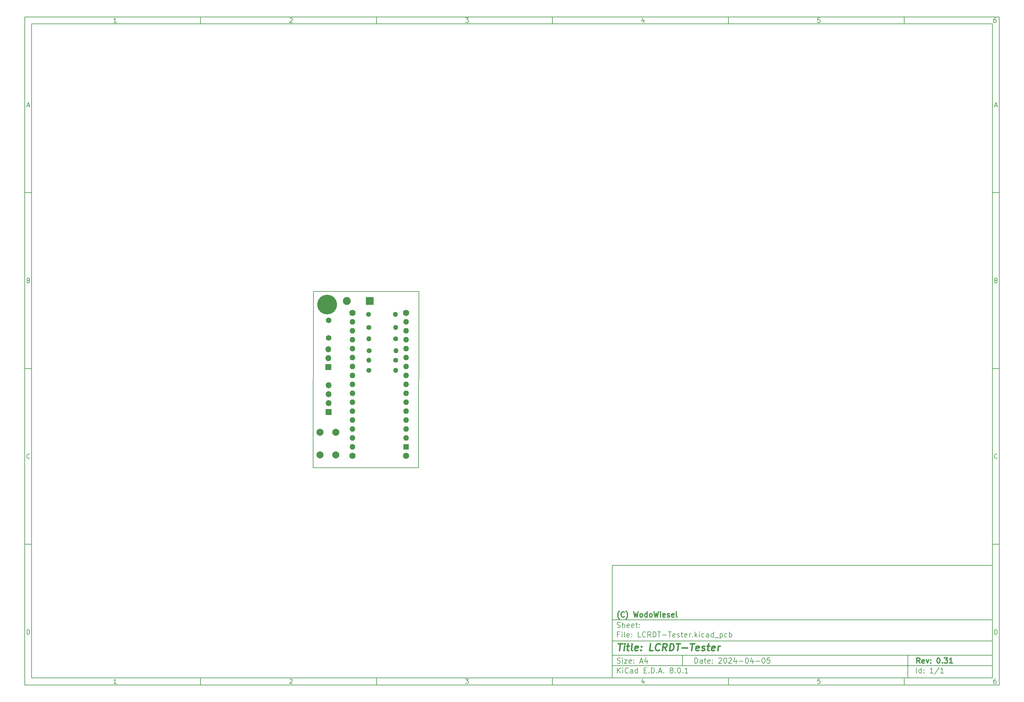
<source format=gbr>
%TF.GenerationSoftware,KiCad,Pcbnew,8.0.1*%
%TF.CreationDate,2024-04-05T21:52:58+02:00*%
%TF.ProjectId,LCRDT-Tester,4c435244-542d-4546-9573-7465722e6b69,0.31*%
%TF.SameCoordinates,PX57bafc0PY83cc3c0*%
%TF.FileFunction,Soldermask,Bot*%
%TF.FilePolarity,Negative*%
%FSLAX46Y46*%
G04 Gerber Fmt 4.6, Leading zero omitted, Abs format (unit mm)*
G04 Created by KiCad (PCBNEW 8.0.1) date 2024-04-05 21:52:58*
%MOMM*%
%LPD*%
G01*
G04 APERTURE LIST*
%ADD10C,0.100000*%
%ADD11C,0.150000*%
%ADD12C,0.300000*%
%ADD13C,0.400000*%
%ADD14R,1.700000X1.700000*%
%ADD15O,1.700000X1.700000*%
%ADD16C,1.400000*%
%ADD17O,1.400000X1.400000*%
%ADD18C,1.600000*%
%ADD19C,1.780000*%
%ADD20R,1.600000X1.600000*%
%ADD21O,1.600000X1.600000*%
%ADD22C,2.000000*%
%ADD23C,5.600000*%
%ADD24R,2.250000X2.250000*%
%ADD25C,2.250000*%
%TA.AperFunction,Profile*%
%ADD26C,0.150000*%
%TD*%
G04 APERTURE END LIST*
D10*
D11*
X85010200Y-27807200D02*
X193010200Y-27807200D01*
X193010200Y-59807200D01*
X85010200Y-59807200D01*
X85010200Y-27807200D01*
D10*
D11*
X-81992000Y128200000D02*
X195010200Y128200000D01*
X195010200Y-61807200D01*
X-81992000Y-61807200D01*
X-81992000Y128200000D01*
D10*
D11*
X-79992000Y126200000D02*
X193010200Y126200000D01*
X193010200Y-59807200D01*
X-79992000Y-59807200D01*
X-79992000Y126200000D01*
D10*
D11*
X-31992000Y126200000D02*
X-31992000Y128200000D01*
D10*
D11*
X18008000Y126200000D02*
X18008000Y128200000D01*
D10*
D11*
X68008000Y126200000D02*
X68008000Y128200000D01*
D10*
D11*
X118008000Y126200000D02*
X118008000Y128200000D01*
D10*
D11*
X168008000Y126200000D02*
X168008000Y128200000D01*
D10*
D11*
X-55902840Y126606396D02*
X-56645697Y126606396D01*
X-56274269Y126606396D02*
X-56274269Y127906396D01*
X-56274269Y127906396D02*
X-56398078Y127720681D01*
X-56398078Y127720681D02*
X-56521888Y127596872D01*
X-56521888Y127596872D02*
X-56645697Y127534967D01*
D10*
D11*
X-6645697Y127782586D02*
X-6583793Y127844491D01*
X-6583793Y127844491D02*
X-6459983Y127906396D01*
X-6459983Y127906396D02*
X-6150459Y127906396D01*
X-6150459Y127906396D02*
X-6026650Y127844491D01*
X-6026650Y127844491D02*
X-5964745Y127782586D01*
X-5964745Y127782586D02*
X-5902840Y127658777D01*
X-5902840Y127658777D02*
X-5902840Y127534967D01*
X-5902840Y127534967D02*
X-5964745Y127349253D01*
X-5964745Y127349253D02*
X-6707602Y126606396D01*
X-6707602Y126606396D02*
X-5902840Y126606396D01*
D10*
D11*
X43292398Y127906396D02*
X44097160Y127906396D01*
X44097160Y127906396D02*
X43663826Y127411158D01*
X43663826Y127411158D02*
X43849541Y127411158D01*
X43849541Y127411158D02*
X43973350Y127349253D01*
X43973350Y127349253D02*
X44035255Y127287348D01*
X44035255Y127287348D02*
X44097160Y127163539D01*
X44097160Y127163539D02*
X44097160Y126854015D01*
X44097160Y126854015D02*
X44035255Y126730205D01*
X44035255Y126730205D02*
X43973350Y126668300D01*
X43973350Y126668300D02*
X43849541Y126606396D01*
X43849541Y126606396D02*
X43478112Y126606396D01*
X43478112Y126606396D02*
X43354303Y126668300D01*
X43354303Y126668300D02*
X43292398Y126730205D01*
D10*
D11*
X93973350Y127473062D02*
X93973350Y126606396D01*
X93663826Y127968300D02*
X93354303Y127039729D01*
X93354303Y127039729D02*
X94159064Y127039729D01*
D10*
D11*
X144035255Y127906396D02*
X143416207Y127906396D01*
X143416207Y127906396D02*
X143354303Y127287348D01*
X143354303Y127287348D02*
X143416207Y127349253D01*
X143416207Y127349253D02*
X143540017Y127411158D01*
X143540017Y127411158D02*
X143849541Y127411158D01*
X143849541Y127411158D02*
X143973350Y127349253D01*
X143973350Y127349253D02*
X144035255Y127287348D01*
X144035255Y127287348D02*
X144097160Y127163539D01*
X144097160Y127163539D02*
X144097160Y126854015D01*
X144097160Y126854015D02*
X144035255Y126730205D01*
X144035255Y126730205D02*
X143973350Y126668300D01*
X143973350Y126668300D02*
X143849541Y126606396D01*
X143849541Y126606396D02*
X143540017Y126606396D01*
X143540017Y126606396D02*
X143416207Y126668300D01*
X143416207Y126668300D02*
X143354303Y126730205D01*
D10*
D11*
X193973350Y127906396D02*
X193725731Y127906396D01*
X193725731Y127906396D02*
X193601922Y127844491D01*
X193601922Y127844491D02*
X193540017Y127782586D01*
X193540017Y127782586D02*
X193416207Y127596872D01*
X193416207Y127596872D02*
X193354303Y127349253D01*
X193354303Y127349253D02*
X193354303Y126854015D01*
X193354303Y126854015D02*
X193416207Y126730205D01*
X193416207Y126730205D02*
X193478112Y126668300D01*
X193478112Y126668300D02*
X193601922Y126606396D01*
X193601922Y126606396D02*
X193849541Y126606396D01*
X193849541Y126606396D02*
X193973350Y126668300D01*
X193973350Y126668300D02*
X194035255Y126730205D01*
X194035255Y126730205D02*
X194097160Y126854015D01*
X194097160Y126854015D02*
X194097160Y127163539D01*
X194097160Y127163539D02*
X194035255Y127287348D01*
X194035255Y127287348D02*
X193973350Y127349253D01*
X193973350Y127349253D02*
X193849541Y127411158D01*
X193849541Y127411158D02*
X193601922Y127411158D01*
X193601922Y127411158D02*
X193478112Y127349253D01*
X193478112Y127349253D02*
X193416207Y127287348D01*
X193416207Y127287348D02*
X193354303Y127163539D01*
D10*
D11*
X-31992000Y-59807200D02*
X-31992000Y-61807200D01*
D10*
D11*
X18008000Y-59807200D02*
X18008000Y-61807200D01*
D10*
D11*
X68008000Y-59807200D02*
X68008000Y-61807200D01*
D10*
D11*
X118008000Y-59807200D02*
X118008000Y-61807200D01*
D10*
D11*
X168008000Y-59807200D02*
X168008000Y-61807200D01*
D10*
D11*
X-55902840Y-61400804D02*
X-56645697Y-61400804D01*
X-56274269Y-61400804D02*
X-56274269Y-60100804D01*
X-56274269Y-60100804D02*
X-56398078Y-60286519D01*
X-56398078Y-60286519D02*
X-56521888Y-60410328D01*
X-56521888Y-60410328D02*
X-56645697Y-60472233D01*
D10*
D11*
X-6645697Y-60224614D02*
X-6583793Y-60162709D01*
X-6583793Y-60162709D02*
X-6459983Y-60100804D01*
X-6459983Y-60100804D02*
X-6150459Y-60100804D01*
X-6150459Y-60100804D02*
X-6026650Y-60162709D01*
X-6026650Y-60162709D02*
X-5964745Y-60224614D01*
X-5964745Y-60224614D02*
X-5902840Y-60348423D01*
X-5902840Y-60348423D02*
X-5902840Y-60472233D01*
X-5902840Y-60472233D02*
X-5964745Y-60657947D01*
X-5964745Y-60657947D02*
X-6707602Y-61400804D01*
X-6707602Y-61400804D02*
X-5902840Y-61400804D01*
D10*
D11*
X43292398Y-60100804D02*
X44097160Y-60100804D01*
X44097160Y-60100804D02*
X43663826Y-60596042D01*
X43663826Y-60596042D02*
X43849541Y-60596042D01*
X43849541Y-60596042D02*
X43973350Y-60657947D01*
X43973350Y-60657947D02*
X44035255Y-60719852D01*
X44035255Y-60719852D02*
X44097160Y-60843661D01*
X44097160Y-60843661D02*
X44097160Y-61153185D01*
X44097160Y-61153185D02*
X44035255Y-61276995D01*
X44035255Y-61276995D02*
X43973350Y-61338900D01*
X43973350Y-61338900D02*
X43849541Y-61400804D01*
X43849541Y-61400804D02*
X43478112Y-61400804D01*
X43478112Y-61400804D02*
X43354303Y-61338900D01*
X43354303Y-61338900D02*
X43292398Y-61276995D01*
D10*
D11*
X93973350Y-60534138D02*
X93973350Y-61400804D01*
X93663826Y-60038900D02*
X93354303Y-60967471D01*
X93354303Y-60967471D02*
X94159064Y-60967471D01*
D10*
D11*
X144035255Y-60100804D02*
X143416207Y-60100804D01*
X143416207Y-60100804D02*
X143354303Y-60719852D01*
X143354303Y-60719852D02*
X143416207Y-60657947D01*
X143416207Y-60657947D02*
X143540017Y-60596042D01*
X143540017Y-60596042D02*
X143849541Y-60596042D01*
X143849541Y-60596042D02*
X143973350Y-60657947D01*
X143973350Y-60657947D02*
X144035255Y-60719852D01*
X144035255Y-60719852D02*
X144097160Y-60843661D01*
X144097160Y-60843661D02*
X144097160Y-61153185D01*
X144097160Y-61153185D02*
X144035255Y-61276995D01*
X144035255Y-61276995D02*
X143973350Y-61338900D01*
X143973350Y-61338900D02*
X143849541Y-61400804D01*
X143849541Y-61400804D02*
X143540017Y-61400804D01*
X143540017Y-61400804D02*
X143416207Y-61338900D01*
X143416207Y-61338900D02*
X143354303Y-61276995D01*
D10*
D11*
X193973350Y-60100804D02*
X193725731Y-60100804D01*
X193725731Y-60100804D02*
X193601922Y-60162709D01*
X193601922Y-60162709D02*
X193540017Y-60224614D01*
X193540017Y-60224614D02*
X193416207Y-60410328D01*
X193416207Y-60410328D02*
X193354303Y-60657947D01*
X193354303Y-60657947D02*
X193354303Y-61153185D01*
X193354303Y-61153185D02*
X193416207Y-61276995D01*
X193416207Y-61276995D02*
X193478112Y-61338900D01*
X193478112Y-61338900D02*
X193601922Y-61400804D01*
X193601922Y-61400804D02*
X193849541Y-61400804D01*
X193849541Y-61400804D02*
X193973350Y-61338900D01*
X193973350Y-61338900D02*
X194035255Y-61276995D01*
X194035255Y-61276995D02*
X194097160Y-61153185D01*
X194097160Y-61153185D02*
X194097160Y-60843661D01*
X194097160Y-60843661D02*
X194035255Y-60719852D01*
X194035255Y-60719852D02*
X193973350Y-60657947D01*
X193973350Y-60657947D02*
X193849541Y-60596042D01*
X193849541Y-60596042D02*
X193601922Y-60596042D01*
X193601922Y-60596042D02*
X193478112Y-60657947D01*
X193478112Y-60657947D02*
X193416207Y-60719852D01*
X193416207Y-60719852D02*
X193354303Y-60843661D01*
D10*
D11*
X-81992000Y78200000D02*
X-79992000Y78200000D01*
D10*
D11*
X-81992000Y28200000D02*
X-79992000Y28200000D01*
D10*
D11*
X-81992000Y-21800000D02*
X-79992000Y-21800000D01*
D10*
D11*
X-81301524Y102977824D02*
X-80682477Y102977824D01*
X-81425334Y102606396D02*
X-80992001Y103906396D01*
X-80992001Y103906396D02*
X-80558667Y102606396D01*
D10*
D11*
X-80899143Y53287348D02*
X-80713429Y53225443D01*
X-80713429Y53225443D02*
X-80651524Y53163539D01*
X-80651524Y53163539D02*
X-80589620Y53039729D01*
X-80589620Y53039729D02*
X-80589620Y52854015D01*
X-80589620Y52854015D02*
X-80651524Y52730205D01*
X-80651524Y52730205D02*
X-80713429Y52668300D01*
X-80713429Y52668300D02*
X-80837239Y52606396D01*
X-80837239Y52606396D02*
X-81332477Y52606396D01*
X-81332477Y52606396D02*
X-81332477Y53906396D01*
X-81332477Y53906396D02*
X-80899143Y53906396D01*
X-80899143Y53906396D02*
X-80775334Y53844491D01*
X-80775334Y53844491D02*
X-80713429Y53782586D01*
X-80713429Y53782586D02*
X-80651524Y53658777D01*
X-80651524Y53658777D02*
X-80651524Y53534967D01*
X-80651524Y53534967D02*
X-80713429Y53411158D01*
X-80713429Y53411158D02*
X-80775334Y53349253D01*
X-80775334Y53349253D02*
X-80899143Y53287348D01*
X-80899143Y53287348D02*
X-81332477Y53287348D01*
D10*
D11*
X-80589620Y2730205D02*
X-80651524Y2668300D01*
X-80651524Y2668300D02*
X-80837239Y2606396D01*
X-80837239Y2606396D02*
X-80961048Y2606396D01*
X-80961048Y2606396D02*
X-81146762Y2668300D01*
X-81146762Y2668300D02*
X-81270572Y2792110D01*
X-81270572Y2792110D02*
X-81332477Y2915920D01*
X-81332477Y2915920D02*
X-81394381Y3163539D01*
X-81394381Y3163539D02*
X-81394381Y3349253D01*
X-81394381Y3349253D02*
X-81332477Y3596872D01*
X-81332477Y3596872D02*
X-81270572Y3720681D01*
X-81270572Y3720681D02*
X-81146762Y3844491D01*
X-81146762Y3844491D02*
X-80961048Y3906396D01*
X-80961048Y3906396D02*
X-80837239Y3906396D01*
X-80837239Y3906396D02*
X-80651524Y3844491D01*
X-80651524Y3844491D02*
X-80589620Y3782586D01*
D10*
D11*
X-81332477Y-47393604D02*
X-81332477Y-46093604D01*
X-81332477Y-46093604D02*
X-81022953Y-46093604D01*
X-81022953Y-46093604D02*
X-80837239Y-46155509D01*
X-80837239Y-46155509D02*
X-80713429Y-46279319D01*
X-80713429Y-46279319D02*
X-80651524Y-46403128D01*
X-80651524Y-46403128D02*
X-80589620Y-46650747D01*
X-80589620Y-46650747D02*
X-80589620Y-46836461D01*
X-80589620Y-46836461D02*
X-80651524Y-47084080D01*
X-80651524Y-47084080D02*
X-80713429Y-47207890D01*
X-80713429Y-47207890D02*
X-80837239Y-47331700D01*
X-80837239Y-47331700D02*
X-81022953Y-47393604D01*
X-81022953Y-47393604D02*
X-81332477Y-47393604D01*
D10*
D11*
X195010200Y78200000D02*
X193010200Y78200000D01*
D10*
D11*
X195010200Y28200000D02*
X193010200Y28200000D01*
D10*
D11*
X195010200Y-21800000D02*
X193010200Y-21800000D01*
D10*
D11*
X193700676Y102977824D02*
X194319723Y102977824D01*
X193576866Y102606396D02*
X194010199Y103906396D01*
X194010199Y103906396D02*
X194443533Y102606396D01*
D10*
D11*
X194103057Y53287348D02*
X194288771Y53225443D01*
X194288771Y53225443D02*
X194350676Y53163539D01*
X194350676Y53163539D02*
X194412580Y53039729D01*
X194412580Y53039729D02*
X194412580Y52854015D01*
X194412580Y52854015D02*
X194350676Y52730205D01*
X194350676Y52730205D02*
X194288771Y52668300D01*
X194288771Y52668300D02*
X194164961Y52606396D01*
X194164961Y52606396D02*
X193669723Y52606396D01*
X193669723Y52606396D02*
X193669723Y53906396D01*
X193669723Y53906396D02*
X194103057Y53906396D01*
X194103057Y53906396D02*
X194226866Y53844491D01*
X194226866Y53844491D02*
X194288771Y53782586D01*
X194288771Y53782586D02*
X194350676Y53658777D01*
X194350676Y53658777D02*
X194350676Y53534967D01*
X194350676Y53534967D02*
X194288771Y53411158D01*
X194288771Y53411158D02*
X194226866Y53349253D01*
X194226866Y53349253D02*
X194103057Y53287348D01*
X194103057Y53287348D02*
X193669723Y53287348D01*
D10*
D11*
X194412580Y2730205D02*
X194350676Y2668300D01*
X194350676Y2668300D02*
X194164961Y2606396D01*
X194164961Y2606396D02*
X194041152Y2606396D01*
X194041152Y2606396D02*
X193855438Y2668300D01*
X193855438Y2668300D02*
X193731628Y2792110D01*
X193731628Y2792110D02*
X193669723Y2915920D01*
X193669723Y2915920D02*
X193607819Y3163539D01*
X193607819Y3163539D02*
X193607819Y3349253D01*
X193607819Y3349253D02*
X193669723Y3596872D01*
X193669723Y3596872D02*
X193731628Y3720681D01*
X193731628Y3720681D02*
X193855438Y3844491D01*
X193855438Y3844491D02*
X194041152Y3906396D01*
X194041152Y3906396D02*
X194164961Y3906396D01*
X194164961Y3906396D02*
X194350676Y3844491D01*
X194350676Y3844491D02*
X194412580Y3782586D01*
D10*
D11*
X193669723Y-47393604D02*
X193669723Y-46093604D01*
X193669723Y-46093604D02*
X193979247Y-46093604D01*
X193979247Y-46093604D02*
X194164961Y-46155509D01*
X194164961Y-46155509D02*
X194288771Y-46279319D01*
X194288771Y-46279319D02*
X194350676Y-46403128D01*
X194350676Y-46403128D02*
X194412580Y-46650747D01*
X194412580Y-46650747D02*
X194412580Y-46836461D01*
X194412580Y-46836461D02*
X194350676Y-47084080D01*
X194350676Y-47084080D02*
X194288771Y-47207890D01*
X194288771Y-47207890D02*
X194164961Y-47331700D01*
X194164961Y-47331700D02*
X193979247Y-47393604D01*
X193979247Y-47393604D02*
X193669723Y-47393604D01*
D10*
D11*
X108466026Y-55593328D02*
X108466026Y-54093328D01*
X108466026Y-54093328D02*
X108823169Y-54093328D01*
X108823169Y-54093328D02*
X109037455Y-54164757D01*
X109037455Y-54164757D02*
X109180312Y-54307614D01*
X109180312Y-54307614D02*
X109251741Y-54450471D01*
X109251741Y-54450471D02*
X109323169Y-54736185D01*
X109323169Y-54736185D02*
X109323169Y-54950471D01*
X109323169Y-54950471D02*
X109251741Y-55236185D01*
X109251741Y-55236185D02*
X109180312Y-55379042D01*
X109180312Y-55379042D02*
X109037455Y-55521900D01*
X109037455Y-55521900D02*
X108823169Y-55593328D01*
X108823169Y-55593328D02*
X108466026Y-55593328D01*
X110608884Y-55593328D02*
X110608884Y-54807614D01*
X110608884Y-54807614D02*
X110537455Y-54664757D01*
X110537455Y-54664757D02*
X110394598Y-54593328D01*
X110394598Y-54593328D02*
X110108884Y-54593328D01*
X110108884Y-54593328D02*
X109966026Y-54664757D01*
X110608884Y-55521900D02*
X110466026Y-55593328D01*
X110466026Y-55593328D02*
X110108884Y-55593328D01*
X110108884Y-55593328D02*
X109966026Y-55521900D01*
X109966026Y-55521900D02*
X109894598Y-55379042D01*
X109894598Y-55379042D02*
X109894598Y-55236185D01*
X109894598Y-55236185D02*
X109966026Y-55093328D01*
X109966026Y-55093328D02*
X110108884Y-55021900D01*
X110108884Y-55021900D02*
X110466026Y-55021900D01*
X110466026Y-55021900D02*
X110608884Y-54950471D01*
X111108884Y-54593328D02*
X111680312Y-54593328D01*
X111323169Y-54093328D02*
X111323169Y-55379042D01*
X111323169Y-55379042D02*
X111394598Y-55521900D01*
X111394598Y-55521900D02*
X111537455Y-55593328D01*
X111537455Y-55593328D02*
X111680312Y-55593328D01*
X112751741Y-55521900D02*
X112608884Y-55593328D01*
X112608884Y-55593328D02*
X112323170Y-55593328D01*
X112323170Y-55593328D02*
X112180312Y-55521900D01*
X112180312Y-55521900D02*
X112108884Y-55379042D01*
X112108884Y-55379042D02*
X112108884Y-54807614D01*
X112108884Y-54807614D02*
X112180312Y-54664757D01*
X112180312Y-54664757D02*
X112323170Y-54593328D01*
X112323170Y-54593328D02*
X112608884Y-54593328D01*
X112608884Y-54593328D02*
X112751741Y-54664757D01*
X112751741Y-54664757D02*
X112823170Y-54807614D01*
X112823170Y-54807614D02*
X112823170Y-54950471D01*
X112823170Y-54950471D02*
X112108884Y-55093328D01*
X113466026Y-55450471D02*
X113537455Y-55521900D01*
X113537455Y-55521900D02*
X113466026Y-55593328D01*
X113466026Y-55593328D02*
X113394598Y-55521900D01*
X113394598Y-55521900D02*
X113466026Y-55450471D01*
X113466026Y-55450471D02*
X113466026Y-55593328D01*
X113466026Y-54664757D02*
X113537455Y-54736185D01*
X113537455Y-54736185D02*
X113466026Y-54807614D01*
X113466026Y-54807614D02*
X113394598Y-54736185D01*
X113394598Y-54736185D02*
X113466026Y-54664757D01*
X113466026Y-54664757D02*
X113466026Y-54807614D01*
X115251741Y-54236185D02*
X115323169Y-54164757D01*
X115323169Y-54164757D02*
X115466027Y-54093328D01*
X115466027Y-54093328D02*
X115823169Y-54093328D01*
X115823169Y-54093328D02*
X115966027Y-54164757D01*
X115966027Y-54164757D02*
X116037455Y-54236185D01*
X116037455Y-54236185D02*
X116108884Y-54379042D01*
X116108884Y-54379042D02*
X116108884Y-54521900D01*
X116108884Y-54521900D02*
X116037455Y-54736185D01*
X116037455Y-54736185D02*
X115180312Y-55593328D01*
X115180312Y-55593328D02*
X116108884Y-55593328D01*
X117037455Y-54093328D02*
X117180312Y-54093328D01*
X117180312Y-54093328D02*
X117323169Y-54164757D01*
X117323169Y-54164757D02*
X117394598Y-54236185D01*
X117394598Y-54236185D02*
X117466026Y-54379042D01*
X117466026Y-54379042D02*
X117537455Y-54664757D01*
X117537455Y-54664757D02*
X117537455Y-55021900D01*
X117537455Y-55021900D02*
X117466026Y-55307614D01*
X117466026Y-55307614D02*
X117394598Y-55450471D01*
X117394598Y-55450471D02*
X117323169Y-55521900D01*
X117323169Y-55521900D02*
X117180312Y-55593328D01*
X117180312Y-55593328D02*
X117037455Y-55593328D01*
X117037455Y-55593328D02*
X116894598Y-55521900D01*
X116894598Y-55521900D02*
X116823169Y-55450471D01*
X116823169Y-55450471D02*
X116751740Y-55307614D01*
X116751740Y-55307614D02*
X116680312Y-55021900D01*
X116680312Y-55021900D02*
X116680312Y-54664757D01*
X116680312Y-54664757D02*
X116751740Y-54379042D01*
X116751740Y-54379042D02*
X116823169Y-54236185D01*
X116823169Y-54236185D02*
X116894598Y-54164757D01*
X116894598Y-54164757D02*
X117037455Y-54093328D01*
X118108883Y-54236185D02*
X118180311Y-54164757D01*
X118180311Y-54164757D02*
X118323169Y-54093328D01*
X118323169Y-54093328D02*
X118680311Y-54093328D01*
X118680311Y-54093328D02*
X118823169Y-54164757D01*
X118823169Y-54164757D02*
X118894597Y-54236185D01*
X118894597Y-54236185D02*
X118966026Y-54379042D01*
X118966026Y-54379042D02*
X118966026Y-54521900D01*
X118966026Y-54521900D02*
X118894597Y-54736185D01*
X118894597Y-54736185D02*
X118037454Y-55593328D01*
X118037454Y-55593328D02*
X118966026Y-55593328D01*
X120251740Y-54593328D02*
X120251740Y-55593328D01*
X119894597Y-54021900D02*
X119537454Y-55093328D01*
X119537454Y-55093328D02*
X120466025Y-55093328D01*
X121037453Y-55021900D02*
X122180311Y-55021900D01*
X123180311Y-54093328D02*
X123323168Y-54093328D01*
X123323168Y-54093328D02*
X123466025Y-54164757D01*
X123466025Y-54164757D02*
X123537454Y-54236185D01*
X123537454Y-54236185D02*
X123608882Y-54379042D01*
X123608882Y-54379042D02*
X123680311Y-54664757D01*
X123680311Y-54664757D02*
X123680311Y-55021900D01*
X123680311Y-55021900D02*
X123608882Y-55307614D01*
X123608882Y-55307614D02*
X123537454Y-55450471D01*
X123537454Y-55450471D02*
X123466025Y-55521900D01*
X123466025Y-55521900D02*
X123323168Y-55593328D01*
X123323168Y-55593328D02*
X123180311Y-55593328D01*
X123180311Y-55593328D02*
X123037454Y-55521900D01*
X123037454Y-55521900D02*
X122966025Y-55450471D01*
X122966025Y-55450471D02*
X122894596Y-55307614D01*
X122894596Y-55307614D02*
X122823168Y-55021900D01*
X122823168Y-55021900D02*
X122823168Y-54664757D01*
X122823168Y-54664757D02*
X122894596Y-54379042D01*
X122894596Y-54379042D02*
X122966025Y-54236185D01*
X122966025Y-54236185D02*
X123037454Y-54164757D01*
X123037454Y-54164757D02*
X123180311Y-54093328D01*
X124966025Y-54593328D02*
X124966025Y-55593328D01*
X124608882Y-54021900D02*
X124251739Y-55093328D01*
X124251739Y-55093328D02*
X125180310Y-55093328D01*
X125751738Y-55021900D02*
X126894596Y-55021900D01*
X127894596Y-54093328D02*
X128037453Y-54093328D01*
X128037453Y-54093328D02*
X128180310Y-54164757D01*
X128180310Y-54164757D02*
X128251739Y-54236185D01*
X128251739Y-54236185D02*
X128323167Y-54379042D01*
X128323167Y-54379042D02*
X128394596Y-54664757D01*
X128394596Y-54664757D02*
X128394596Y-55021900D01*
X128394596Y-55021900D02*
X128323167Y-55307614D01*
X128323167Y-55307614D02*
X128251739Y-55450471D01*
X128251739Y-55450471D02*
X128180310Y-55521900D01*
X128180310Y-55521900D02*
X128037453Y-55593328D01*
X128037453Y-55593328D02*
X127894596Y-55593328D01*
X127894596Y-55593328D02*
X127751739Y-55521900D01*
X127751739Y-55521900D02*
X127680310Y-55450471D01*
X127680310Y-55450471D02*
X127608881Y-55307614D01*
X127608881Y-55307614D02*
X127537453Y-55021900D01*
X127537453Y-55021900D02*
X127537453Y-54664757D01*
X127537453Y-54664757D02*
X127608881Y-54379042D01*
X127608881Y-54379042D02*
X127680310Y-54236185D01*
X127680310Y-54236185D02*
X127751739Y-54164757D01*
X127751739Y-54164757D02*
X127894596Y-54093328D01*
X129751738Y-54093328D02*
X129037452Y-54093328D01*
X129037452Y-54093328D02*
X128966024Y-54807614D01*
X128966024Y-54807614D02*
X129037452Y-54736185D01*
X129037452Y-54736185D02*
X129180310Y-54664757D01*
X129180310Y-54664757D02*
X129537452Y-54664757D01*
X129537452Y-54664757D02*
X129680310Y-54736185D01*
X129680310Y-54736185D02*
X129751738Y-54807614D01*
X129751738Y-54807614D02*
X129823167Y-54950471D01*
X129823167Y-54950471D02*
X129823167Y-55307614D01*
X129823167Y-55307614D02*
X129751738Y-55450471D01*
X129751738Y-55450471D02*
X129680310Y-55521900D01*
X129680310Y-55521900D02*
X129537452Y-55593328D01*
X129537452Y-55593328D02*
X129180310Y-55593328D01*
X129180310Y-55593328D02*
X129037452Y-55521900D01*
X129037452Y-55521900D02*
X128966024Y-55450471D01*
D10*
D11*
X85010200Y-56307200D02*
X193010200Y-56307200D01*
D10*
D11*
X86466026Y-58393328D02*
X86466026Y-56893328D01*
X87323169Y-58393328D02*
X86680312Y-57536185D01*
X87323169Y-56893328D02*
X86466026Y-57750471D01*
X87966026Y-58393328D02*
X87966026Y-57393328D01*
X87966026Y-56893328D02*
X87894598Y-56964757D01*
X87894598Y-56964757D02*
X87966026Y-57036185D01*
X87966026Y-57036185D02*
X88037455Y-56964757D01*
X88037455Y-56964757D02*
X87966026Y-56893328D01*
X87966026Y-56893328D02*
X87966026Y-57036185D01*
X89537455Y-58250471D02*
X89466027Y-58321900D01*
X89466027Y-58321900D02*
X89251741Y-58393328D01*
X89251741Y-58393328D02*
X89108884Y-58393328D01*
X89108884Y-58393328D02*
X88894598Y-58321900D01*
X88894598Y-58321900D02*
X88751741Y-58179042D01*
X88751741Y-58179042D02*
X88680312Y-58036185D01*
X88680312Y-58036185D02*
X88608884Y-57750471D01*
X88608884Y-57750471D02*
X88608884Y-57536185D01*
X88608884Y-57536185D02*
X88680312Y-57250471D01*
X88680312Y-57250471D02*
X88751741Y-57107614D01*
X88751741Y-57107614D02*
X88894598Y-56964757D01*
X88894598Y-56964757D02*
X89108884Y-56893328D01*
X89108884Y-56893328D02*
X89251741Y-56893328D01*
X89251741Y-56893328D02*
X89466027Y-56964757D01*
X89466027Y-56964757D02*
X89537455Y-57036185D01*
X90823170Y-58393328D02*
X90823170Y-57607614D01*
X90823170Y-57607614D02*
X90751741Y-57464757D01*
X90751741Y-57464757D02*
X90608884Y-57393328D01*
X90608884Y-57393328D02*
X90323170Y-57393328D01*
X90323170Y-57393328D02*
X90180312Y-57464757D01*
X90823170Y-58321900D02*
X90680312Y-58393328D01*
X90680312Y-58393328D02*
X90323170Y-58393328D01*
X90323170Y-58393328D02*
X90180312Y-58321900D01*
X90180312Y-58321900D02*
X90108884Y-58179042D01*
X90108884Y-58179042D02*
X90108884Y-58036185D01*
X90108884Y-58036185D02*
X90180312Y-57893328D01*
X90180312Y-57893328D02*
X90323170Y-57821900D01*
X90323170Y-57821900D02*
X90680312Y-57821900D01*
X90680312Y-57821900D02*
X90823170Y-57750471D01*
X92180313Y-58393328D02*
X92180313Y-56893328D01*
X92180313Y-58321900D02*
X92037455Y-58393328D01*
X92037455Y-58393328D02*
X91751741Y-58393328D01*
X91751741Y-58393328D02*
X91608884Y-58321900D01*
X91608884Y-58321900D02*
X91537455Y-58250471D01*
X91537455Y-58250471D02*
X91466027Y-58107614D01*
X91466027Y-58107614D02*
X91466027Y-57679042D01*
X91466027Y-57679042D02*
X91537455Y-57536185D01*
X91537455Y-57536185D02*
X91608884Y-57464757D01*
X91608884Y-57464757D02*
X91751741Y-57393328D01*
X91751741Y-57393328D02*
X92037455Y-57393328D01*
X92037455Y-57393328D02*
X92180313Y-57464757D01*
X94037455Y-57607614D02*
X94537455Y-57607614D01*
X94751741Y-58393328D02*
X94037455Y-58393328D01*
X94037455Y-58393328D02*
X94037455Y-56893328D01*
X94037455Y-56893328D02*
X94751741Y-56893328D01*
X95394598Y-58250471D02*
X95466027Y-58321900D01*
X95466027Y-58321900D02*
X95394598Y-58393328D01*
X95394598Y-58393328D02*
X95323170Y-58321900D01*
X95323170Y-58321900D02*
X95394598Y-58250471D01*
X95394598Y-58250471D02*
X95394598Y-58393328D01*
X96108884Y-58393328D02*
X96108884Y-56893328D01*
X96108884Y-56893328D02*
X96466027Y-56893328D01*
X96466027Y-56893328D02*
X96680313Y-56964757D01*
X96680313Y-56964757D02*
X96823170Y-57107614D01*
X96823170Y-57107614D02*
X96894599Y-57250471D01*
X96894599Y-57250471D02*
X96966027Y-57536185D01*
X96966027Y-57536185D02*
X96966027Y-57750471D01*
X96966027Y-57750471D02*
X96894599Y-58036185D01*
X96894599Y-58036185D02*
X96823170Y-58179042D01*
X96823170Y-58179042D02*
X96680313Y-58321900D01*
X96680313Y-58321900D02*
X96466027Y-58393328D01*
X96466027Y-58393328D02*
X96108884Y-58393328D01*
X97608884Y-58250471D02*
X97680313Y-58321900D01*
X97680313Y-58321900D02*
X97608884Y-58393328D01*
X97608884Y-58393328D02*
X97537456Y-58321900D01*
X97537456Y-58321900D02*
X97608884Y-58250471D01*
X97608884Y-58250471D02*
X97608884Y-58393328D01*
X98251742Y-57964757D02*
X98966028Y-57964757D01*
X98108885Y-58393328D02*
X98608885Y-56893328D01*
X98608885Y-56893328D02*
X99108885Y-58393328D01*
X99608884Y-58250471D02*
X99680313Y-58321900D01*
X99680313Y-58321900D02*
X99608884Y-58393328D01*
X99608884Y-58393328D02*
X99537456Y-58321900D01*
X99537456Y-58321900D02*
X99608884Y-58250471D01*
X99608884Y-58250471D02*
X99608884Y-58393328D01*
X101680313Y-57536185D02*
X101537456Y-57464757D01*
X101537456Y-57464757D02*
X101466027Y-57393328D01*
X101466027Y-57393328D02*
X101394599Y-57250471D01*
X101394599Y-57250471D02*
X101394599Y-57179042D01*
X101394599Y-57179042D02*
X101466027Y-57036185D01*
X101466027Y-57036185D02*
X101537456Y-56964757D01*
X101537456Y-56964757D02*
X101680313Y-56893328D01*
X101680313Y-56893328D02*
X101966027Y-56893328D01*
X101966027Y-56893328D02*
X102108885Y-56964757D01*
X102108885Y-56964757D02*
X102180313Y-57036185D01*
X102180313Y-57036185D02*
X102251742Y-57179042D01*
X102251742Y-57179042D02*
X102251742Y-57250471D01*
X102251742Y-57250471D02*
X102180313Y-57393328D01*
X102180313Y-57393328D02*
X102108885Y-57464757D01*
X102108885Y-57464757D02*
X101966027Y-57536185D01*
X101966027Y-57536185D02*
X101680313Y-57536185D01*
X101680313Y-57536185D02*
X101537456Y-57607614D01*
X101537456Y-57607614D02*
X101466027Y-57679042D01*
X101466027Y-57679042D02*
X101394599Y-57821900D01*
X101394599Y-57821900D02*
X101394599Y-58107614D01*
X101394599Y-58107614D02*
X101466027Y-58250471D01*
X101466027Y-58250471D02*
X101537456Y-58321900D01*
X101537456Y-58321900D02*
X101680313Y-58393328D01*
X101680313Y-58393328D02*
X101966027Y-58393328D01*
X101966027Y-58393328D02*
X102108885Y-58321900D01*
X102108885Y-58321900D02*
X102180313Y-58250471D01*
X102180313Y-58250471D02*
X102251742Y-58107614D01*
X102251742Y-58107614D02*
X102251742Y-57821900D01*
X102251742Y-57821900D02*
X102180313Y-57679042D01*
X102180313Y-57679042D02*
X102108885Y-57607614D01*
X102108885Y-57607614D02*
X101966027Y-57536185D01*
X102894598Y-58250471D02*
X102966027Y-58321900D01*
X102966027Y-58321900D02*
X102894598Y-58393328D01*
X102894598Y-58393328D02*
X102823170Y-58321900D01*
X102823170Y-58321900D02*
X102894598Y-58250471D01*
X102894598Y-58250471D02*
X102894598Y-58393328D01*
X103894599Y-56893328D02*
X104037456Y-56893328D01*
X104037456Y-56893328D02*
X104180313Y-56964757D01*
X104180313Y-56964757D02*
X104251742Y-57036185D01*
X104251742Y-57036185D02*
X104323170Y-57179042D01*
X104323170Y-57179042D02*
X104394599Y-57464757D01*
X104394599Y-57464757D02*
X104394599Y-57821900D01*
X104394599Y-57821900D02*
X104323170Y-58107614D01*
X104323170Y-58107614D02*
X104251742Y-58250471D01*
X104251742Y-58250471D02*
X104180313Y-58321900D01*
X104180313Y-58321900D02*
X104037456Y-58393328D01*
X104037456Y-58393328D02*
X103894599Y-58393328D01*
X103894599Y-58393328D02*
X103751742Y-58321900D01*
X103751742Y-58321900D02*
X103680313Y-58250471D01*
X103680313Y-58250471D02*
X103608884Y-58107614D01*
X103608884Y-58107614D02*
X103537456Y-57821900D01*
X103537456Y-57821900D02*
X103537456Y-57464757D01*
X103537456Y-57464757D02*
X103608884Y-57179042D01*
X103608884Y-57179042D02*
X103680313Y-57036185D01*
X103680313Y-57036185D02*
X103751742Y-56964757D01*
X103751742Y-56964757D02*
X103894599Y-56893328D01*
X105037455Y-58250471D02*
X105108884Y-58321900D01*
X105108884Y-58321900D02*
X105037455Y-58393328D01*
X105037455Y-58393328D02*
X104966027Y-58321900D01*
X104966027Y-58321900D02*
X105037455Y-58250471D01*
X105037455Y-58250471D02*
X105037455Y-58393328D01*
X106537456Y-58393328D02*
X105680313Y-58393328D01*
X106108884Y-58393328D02*
X106108884Y-56893328D01*
X106108884Y-56893328D02*
X105966027Y-57107614D01*
X105966027Y-57107614D02*
X105823170Y-57250471D01*
X105823170Y-57250471D02*
X105680313Y-57321900D01*
D10*
D11*
X85010200Y-53307200D02*
X193010200Y-53307200D01*
D10*
D12*
X172421853Y-55585528D02*
X171921853Y-54871242D01*
X171564710Y-55585528D02*
X171564710Y-54085528D01*
X171564710Y-54085528D02*
X172136139Y-54085528D01*
X172136139Y-54085528D02*
X172278996Y-54156957D01*
X172278996Y-54156957D02*
X172350425Y-54228385D01*
X172350425Y-54228385D02*
X172421853Y-54371242D01*
X172421853Y-54371242D02*
X172421853Y-54585528D01*
X172421853Y-54585528D02*
X172350425Y-54728385D01*
X172350425Y-54728385D02*
X172278996Y-54799814D01*
X172278996Y-54799814D02*
X172136139Y-54871242D01*
X172136139Y-54871242D02*
X171564710Y-54871242D01*
X173636139Y-55514100D02*
X173493282Y-55585528D01*
X173493282Y-55585528D02*
X173207568Y-55585528D01*
X173207568Y-55585528D02*
X173064710Y-55514100D01*
X173064710Y-55514100D02*
X172993282Y-55371242D01*
X172993282Y-55371242D02*
X172993282Y-54799814D01*
X172993282Y-54799814D02*
X173064710Y-54656957D01*
X173064710Y-54656957D02*
X173207568Y-54585528D01*
X173207568Y-54585528D02*
X173493282Y-54585528D01*
X173493282Y-54585528D02*
X173636139Y-54656957D01*
X173636139Y-54656957D02*
X173707568Y-54799814D01*
X173707568Y-54799814D02*
X173707568Y-54942671D01*
X173707568Y-54942671D02*
X172993282Y-55085528D01*
X174207567Y-54585528D02*
X174564710Y-55585528D01*
X174564710Y-55585528D02*
X174921853Y-54585528D01*
X175493281Y-55442671D02*
X175564710Y-55514100D01*
X175564710Y-55514100D02*
X175493281Y-55585528D01*
X175493281Y-55585528D02*
X175421853Y-55514100D01*
X175421853Y-55514100D02*
X175493281Y-55442671D01*
X175493281Y-55442671D02*
X175493281Y-55585528D01*
X175493281Y-54656957D02*
X175564710Y-54728385D01*
X175564710Y-54728385D02*
X175493281Y-54799814D01*
X175493281Y-54799814D02*
X175421853Y-54728385D01*
X175421853Y-54728385D02*
X175493281Y-54656957D01*
X175493281Y-54656957D02*
X175493281Y-54799814D01*
X177636139Y-54085528D02*
X177778996Y-54085528D01*
X177778996Y-54085528D02*
X177921853Y-54156957D01*
X177921853Y-54156957D02*
X177993282Y-54228385D01*
X177993282Y-54228385D02*
X178064710Y-54371242D01*
X178064710Y-54371242D02*
X178136139Y-54656957D01*
X178136139Y-54656957D02*
X178136139Y-55014100D01*
X178136139Y-55014100D02*
X178064710Y-55299814D01*
X178064710Y-55299814D02*
X177993282Y-55442671D01*
X177993282Y-55442671D02*
X177921853Y-55514100D01*
X177921853Y-55514100D02*
X177778996Y-55585528D01*
X177778996Y-55585528D02*
X177636139Y-55585528D01*
X177636139Y-55585528D02*
X177493282Y-55514100D01*
X177493282Y-55514100D02*
X177421853Y-55442671D01*
X177421853Y-55442671D02*
X177350424Y-55299814D01*
X177350424Y-55299814D02*
X177278996Y-55014100D01*
X177278996Y-55014100D02*
X177278996Y-54656957D01*
X177278996Y-54656957D02*
X177350424Y-54371242D01*
X177350424Y-54371242D02*
X177421853Y-54228385D01*
X177421853Y-54228385D02*
X177493282Y-54156957D01*
X177493282Y-54156957D02*
X177636139Y-54085528D01*
X178778995Y-55442671D02*
X178850424Y-55514100D01*
X178850424Y-55514100D02*
X178778995Y-55585528D01*
X178778995Y-55585528D02*
X178707567Y-55514100D01*
X178707567Y-55514100D02*
X178778995Y-55442671D01*
X178778995Y-55442671D02*
X178778995Y-55585528D01*
X179350424Y-54085528D02*
X180278996Y-54085528D01*
X180278996Y-54085528D02*
X179778996Y-54656957D01*
X179778996Y-54656957D02*
X179993281Y-54656957D01*
X179993281Y-54656957D02*
X180136139Y-54728385D01*
X180136139Y-54728385D02*
X180207567Y-54799814D01*
X180207567Y-54799814D02*
X180278996Y-54942671D01*
X180278996Y-54942671D02*
X180278996Y-55299814D01*
X180278996Y-55299814D02*
X180207567Y-55442671D01*
X180207567Y-55442671D02*
X180136139Y-55514100D01*
X180136139Y-55514100D02*
X179993281Y-55585528D01*
X179993281Y-55585528D02*
X179564710Y-55585528D01*
X179564710Y-55585528D02*
X179421853Y-55514100D01*
X179421853Y-55514100D02*
X179350424Y-55442671D01*
X181707567Y-55585528D02*
X180850424Y-55585528D01*
X181278995Y-55585528D02*
X181278995Y-54085528D01*
X181278995Y-54085528D02*
X181136138Y-54299814D01*
X181136138Y-54299814D02*
X180993281Y-54442671D01*
X180993281Y-54442671D02*
X180850424Y-54514100D01*
D10*
D11*
X86394598Y-55521900D02*
X86608884Y-55593328D01*
X86608884Y-55593328D02*
X86966026Y-55593328D01*
X86966026Y-55593328D02*
X87108884Y-55521900D01*
X87108884Y-55521900D02*
X87180312Y-55450471D01*
X87180312Y-55450471D02*
X87251741Y-55307614D01*
X87251741Y-55307614D02*
X87251741Y-55164757D01*
X87251741Y-55164757D02*
X87180312Y-55021900D01*
X87180312Y-55021900D02*
X87108884Y-54950471D01*
X87108884Y-54950471D02*
X86966026Y-54879042D01*
X86966026Y-54879042D02*
X86680312Y-54807614D01*
X86680312Y-54807614D02*
X86537455Y-54736185D01*
X86537455Y-54736185D02*
X86466026Y-54664757D01*
X86466026Y-54664757D02*
X86394598Y-54521900D01*
X86394598Y-54521900D02*
X86394598Y-54379042D01*
X86394598Y-54379042D02*
X86466026Y-54236185D01*
X86466026Y-54236185D02*
X86537455Y-54164757D01*
X86537455Y-54164757D02*
X86680312Y-54093328D01*
X86680312Y-54093328D02*
X87037455Y-54093328D01*
X87037455Y-54093328D02*
X87251741Y-54164757D01*
X87894597Y-55593328D02*
X87894597Y-54593328D01*
X87894597Y-54093328D02*
X87823169Y-54164757D01*
X87823169Y-54164757D02*
X87894597Y-54236185D01*
X87894597Y-54236185D02*
X87966026Y-54164757D01*
X87966026Y-54164757D02*
X87894597Y-54093328D01*
X87894597Y-54093328D02*
X87894597Y-54236185D01*
X88466026Y-54593328D02*
X89251741Y-54593328D01*
X89251741Y-54593328D02*
X88466026Y-55593328D01*
X88466026Y-55593328D02*
X89251741Y-55593328D01*
X90394598Y-55521900D02*
X90251741Y-55593328D01*
X90251741Y-55593328D02*
X89966027Y-55593328D01*
X89966027Y-55593328D02*
X89823169Y-55521900D01*
X89823169Y-55521900D02*
X89751741Y-55379042D01*
X89751741Y-55379042D02*
X89751741Y-54807614D01*
X89751741Y-54807614D02*
X89823169Y-54664757D01*
X89823169Y-54664757D02*
X89966027Y-54593328D01*
X89966027Y-54593328D02*
X90251741Y-54593328D01*
X90251741Y-54593328D02*
X90394598Y-54664757D01*
X90394598Y-54664757D02*
X90466027Y-54807614D01*
X90466027Y-54807614D02*
X90466027Y-54950471D01*
X90466027Y-54950471D02*
X89751741Y-55093328D01*
X91108883Y-55450471D02*
X91180312Y-55521900D01*
X91180312Y-55521900D02*
X91108883Y-55593328D01*
X91108883Y-55593328D02*
X91037455Y-55521900D01*
X91037455Y-55521900D02*
X91108883Y-55450471D01*
X91108883Y-55450471D02*
X91108883Y-55593328D01*
X91108883Y-54664757D02*
X91180312Y-54736185D01*
X91180312Y-54736185D02*
X91108883Y-54807614D01*
X91108883Y-54807614D02*
X91037455Y-54736185D01*
X91037455Y-54736185D02*
X91108883Y-54664757D01*
X91108883Y-54664757D02*
X91108883Y-54807614D01*
X92894598Y-55164757D02*
X93608884Y-55164757D01*
X92751741Y-55593328D02*
X93251741Y-54093328D01*
X93251741Y-54093328D02*
X93751741Y-55593328D01*
X94894598Y-54593328D02*
X94894598Y-55593328D01*
X94537455Y-54021900D02*
X94180312Y-55093328D01*
X94180312Y-55093328D02*
X95108883Y-55093328D01*
D10*
D11*
X171466026Y-58393328D02*
X171466026Y-56893328D01*
X172823170Y-58393328D02*
X172823170Y-56893328D01*
X172823170Y-58321900D02*
X172680312Y-58393328D01*
X172680312Y-58393328D02*
X172394598Y-58393328D01*
X172394598Y-58393328D02*
X172251741Y-58321900D01*
X172251741Y-58321900D02*
X172180312Y-58250471D01*
X172180312Y-58250471D02*
X172108884Y-58107614D01*
X172108884Y-58107614D02*
X172108884Y-57679042D01*
X172108884Y-57679042D02*
X172180312Y-57536185D01*
X172180312Y-57536185D02*
X172251741Y-57464757D01*
X172251741Y-57464757D02*
X172394598Y-57393328D01*
X172394598Y-57393328D02*
X172680312Y-57393328D01*
X172680312Y-57393328D02*
X172823170Y-57464757D01*
X173537455Y-58250471D02*
X173608884Y-58321900D01*
X173608884Y-58321900D02*
X173537455Y-58393328D01*
X173537455Y-58393328D02*
X173466027Y-58321900D01*
X173466027Y-58321900D02*
X173537455Y-58250471D01*
X173537455Y-58250471D02*
X173537455Y-58393328D01*
X173537455Y-57464757D02*
X173608884Y-57536185D01*
X173608884Y-57536185D02*
X173537455Y-57607614D01*
X173537455Y-57607614D02*
X173466027Y-57536185D01*
X173466027Y-57536185D02*
X173537455Y-57464757D01*
X173537455Y-57464757D02*
X173537455Y-57607614D01*
X176180313Y-58393328D02*
X175323170Y-58393328D01*
X175751741Y-58393328D02*
X175751741Y-56893328D01*
X175751741Y-56893328D02*
X175608884Y-57107614D01*
X175608884Y-57107614D02*
X175466027Y-57250471D01*
X175466027Y-57250471D02*
X175323170Y-57321900D01*
X177894598Y-56821900D02*
X176608884Y-58750471D01*
X179180313Y-58393328D02*
X178323170Y-58393328D01*
X178751741Y-58393328D02*
X178751741Y-56893328D01*
X178751741Y-56893328D02*
X178608884Y-57107614D01*
X178608884Y-57107614D02*
X178466027Y-57250471D01*
X178466027Y-57250471D02*
X178323170Y-57321900D01*
D10*
D11*
X85010200Y-49307200D02*
X193010200Y-49307200D01*
D10*
D13*
X86701928Y-50011638D02*
X87844785Y-50011638D01*
X87023357Y-52011638D02*
X87273357Y-50011638D01*
X88261452Y-52011638D02*
X88428119Y-50678304D01*
X88511452Y-50011638D02*
X88404309Y-50106876D01*
X88404309Y-50106876D02*
X88487643Y-50202114D01*
X88487643Y-50202114D02*
X88594786Y-50106876D01*
X88594786Y-50106876D02*
X88511452Y-50011638D01*
X88511452Y-50011638D02*
X88487643Y-50202114D01*
X89094786Y-50678304D02*
X89856690Y-50678304D01*
X89463833Y-50011638D02*
X89249548Y-51725923D01*
X89249548Y-51725923D02*
X89320976Y-51916400D01*
X89320976Y-51916400D02*
X89499548Y-52011638D01*
X89499548Y-52011638D02*
X89690024Y-52011638D01*
X90642405Y-52011638D02*
X90463833Y-51916400D01*
X90463833Y-51916400D02*
X90392405Y-51725923D01*
X90392405Y-51725923D02*
X90606690Y-50011638D01*
X92178119Y-51916400D02*
X91975738Y-52011638D01*
X91975738Y-52011638D02*
X91594785Y-52011638D01*
X91594785Y-52011638D02*
X91416214Y-51916400D01*
X91416214Y-51916400D02*
X91344785Y-51725923D01*
X91344785Y-51725923D02*
X91440024Y-50964019D01*
X91440024Y-50964019D02*
X91559071Y-50773542D01*
X91559071Y-50773542D02*
X91761452Y-50678304D01*
X91761452Y-50678304D02*
X92142404Y-50678304D01*
X92142404Y-50678304D02*
X92320976Y-50773542D01*
X92320976Y-50773542D02*
X92392404Y-50964019D01*
X92392404Y-50964019D02*
X92368595Y-51154495D01*
X92368595Y-51154495D02*
X91392404Y-51344971D01*
X93142405Y-51821161D02*
X93225738Y-51916400D01*
X93225738Y-51916400D02*
X93118595Y-52011638D01*
X93118595Y-52011638D02*
X93035262Y-51916400D01*
X93035262Y-51916400D02*
X93142405Y-51821161D01*
X93142405Y-51821161D02*
X93118595Y-52011638D01*
X93273357Y-50773542D02*
X93356690Y-50868780D01*
X93356690Y-50868780D02*
X93249548Y-50964019D01*
X93249548Y-50964019D02*
X93166214Y-50868780D01*
X93166214Y-50868780D02*
X93273357Y-50773542D01*
X93273357Y-50773542D02*
X93249548Y-50964019D01*
X96547167Y-52011638D02*
X95594786Y-52011638D01*
X95594786Y-52011638D02*
X95844786Y-50011638D01*
X98380501Y-51821161D02*
X98273358Y-51916400D01*
X98273358Y-51916400D02*
X97975739Y-52011638D01*
X97975739Y-52011638D02*
X97785263Y-52011638D01*
X97785263Y-52011638D02*
X97511453Y-51916400D01*
X97511453Y-51916400D02*
X97344787Y-51725923D01*
X97344787Y-51725923D02*
X97273358Y-51535447D01*
X97273358Y-51535447D02*
X97225739Y-51154495D01*
X97225739Y-51154495D02*
X97261453Y-50868780D01*
X97261453Y-50868780D02*
X97404310Y-50487828D01*
X97404310Y-50487828D02*
X97523358Y-50297352D01*
X97523358Y-50297352D02*
X97737644Y-50106876D01*
X97737644Y-50106876D02*
X98035263Y-50011638D01*
X98035263Y-50011638D02*
X98225739Y-50011638D01*
X98225739Y-50011638D02*
X98499549Y-50106876D01*
X98499549Y-50106876D02*
X98582882Y-50202114D01*
X100356691Y-52011638D02*
X99809072Y-51059257D01*
X99213834Y-52011638D02*
X99463834Y-50011638D01*
X99463834Y-50011638D02*
X100225739Y-50011638D01*
X100225739Y-50011638D02*
X100404310Y-50106876D01*
X100404310Y-50106876D02*
X100487644Y-50202114D01*
X100487644Y-50202114D02*
X100559072Y-50392590D01*
X100559072Y-50392590D02*
X100523358Y-50678304D01*
X100523358Y-50678304D02*
X100404310Y-50868780D01*
X100404310Y-50868780D02*
X100297168Y-50964019D01*
X100297168Y-50964019D02*
X100094787Y-51059257D01*
X100094787Y-51059257D02*
X99332882Y-51059257D01*
X101213834Y-52011638D02*
X101463834Y-50011638D01*
X101463834Y-50011638D02*
X101940025Y-50011638D01*
X101940025Y-50011638D02*
X102213834Y-50106876D01*
X102213834Y-50106876D02*
X102380501Y-50297352D01*
X102380501Y-50297352D02*
X102451929Y-50487828D01*
X102451929Y-50487828D02*
X102499549Y-50868780D01*
X102499549Y-50868780D02*
X102463834Y-51154495D01*
X102463834Y-51154495D02*
X102320977Y-51535447D01*
X102320977Y-51535447D02*
X102201929Y-51725923D01*
X102201929Y-51725923D02*
X101987644Y-51916400D01*
X101987644Y-51916400D02*
X101690025Y-52011638D01*
X101690025Y-52011638D02*
X101213834Y-52011638D01*
X103178120Y-50011638D02*
X104320977Y-50011638D01*
X103499549Y-52011638D02*
X103749549Y-50011638D01*
X104832882Y-51249733D02*
X106356692Y-51249733D01*
X107178120Y-50011638D02*
X108320977Y-50011638D01*
X107499549Y-52011638D02*
X107749549Y-50011638D01*
X109511454Y-51916400D02*
X109309073Y-52011638D01*
X109309073Y-52011638D02*
X108928120Y-52011638D01*
X108928120Y-52011638D02*
X108749549Y-51916400D01*
X108749549Y-51916400D02*
X108678120Y-51725923D01*
X108678120Y-51725923D02*
X108773359Y-50964019D01*
X108773359Y-50964019D02*
X108892406Y-50773542D01*
X108892406Y-50773542D02*
X109094787Y-50678304D01*
X109094787Y-50678304D02*
X109475739Y-50678304D01*
X109475739Y-50678304D02*
X109654311Y-50773542D01*
X109654311Y-50773542D02*
X109725739Y-50964019D01*
X109725739Y-50964019D02*
X109701930Y-51154495D01*
X109701930Y-51154495D02*
X108725739Y-51344971D01*
X110368597Y-51916400D02*
X110547168Y-52011638D01*
X110547168Y-52011638D02*
X110928121Y-52011638D01*
X110928121Y-52011638D02*
X111130502Y-51916400D01*
X111130502Y-51916400D02*
X111249549Y-51725923D01*
X111249549Y-51725923D02*
X111261454Y-51630685D01*
X111261454Y-51630685D02*
X111190025Y-51440209D01*
X111190025Y-51440209D02*
X111011454Y-51344971D01*
X111011454Y-51344971D02*
X110725740Y-51344971D01*
X110725740Y-51344971D02*
X110547168Y-51249733D01*
X110547168Y-51249733D02*
X110475740Y-51059257D01*
X110475740Y-51059257D02*
X110487645Y-50964019D01*
X110487645Y-50964019D02*
X110606692Y-50773542D01*
X110606692Y-50773542D02*
X110809073Y-50678304D01*
X110809073Y-50678304D02*
X111094787Y-50678304D01*
X111094787Y-50678304D02*
X111273359Y-50773542D01*
X111951931Y-50678304D02*
X112713835Y-50678304D01*
X112320978Y-50011638D02*
X112106693Y-51725923D01*
X112106693Y-51725923D02*
X112178121Y-51916400D01*
X112178121Y-51916400D02*
X112356693Y-52011638D01*
X112356693Y-52011638D02*
X112547169Y-52011638D01*
X113987645Y-51916400D02*
X113785264Y-52011638D01*
X113785264Y-52011638D02*
X113404311Y-52011638D01*
X113404311Y-52011638D02*
X113225740Y-51916400D01*
X113225740Y-51916400D02*
X113154311Y-51725923D01*
X113154311Y-51725923D02*
X113249550Y-50964019D01*
X113249550Y-50964019D02*
X113368597Y-50773542D01*
X113368597Y-50773542D02*
X113570978Y-50678304D01*
X113570978Y-50678304D02*
X113951930Y-50678304D01*
X113951930Y-50678304D02*
X114130502Y-50773542D01*
X114130502Y-50773542D02*
X114201930Y-50964019D01*
X114201930Y-50964019D02*
X114178121Y-51154495D01*
X114178121Y-51154495D02*
X113201930Y-51344971D01*
X114928121Y-52011638D02*
X115094788Y-50678304D01*
X115047169Y-51059257D02*
X115166216Y-50868780D01*
X115166216Y-50868780D02*
X115273359Y-50773542D01*
X115273359Y-50773542D02*
X115475740Y-50678304D01*
X115475740Y-50678304D02*
X115666216Y-50678304D01*
D10*
D11*
X86966026Y-47407614D02*
X86466026Y-47407614D01*
X86466026Y-48193328D02*
X86466026Y-46693328D01*
X86466026Y-46693328D02*
X87180312Y-46693328D01*
X87751740Y-48193328D02*
X87751740Y-47193328D01*
X87751740Y-46693328D02*
X87680312Y-46764757D01*
X87680312Y-46764757D02*
X87751740Y-46836185D01*
X87751740Y-46836185D02*
X87823169Y-46764757D01*
X87823169Y-46764757D02*
X87751740Y-46693328D01*
X87751740Y-46693328D02*
X87751740Y-46836185D01*
X88680312Y-48193328D02*
X88537455Y-48121900D01*
X88537455Y-48121900D02*
X88466026Y-47979042D01*
X88466026Y-47979042D02*
X88466026Y-46693328D01*
X89823169Y-48121900D02*
X89680312Y-48193328D01*
X89680312Y-48193328D02*
X89394598Y-48193328D01*
X89394598Y-48193328D02*
X89251740Y-48121900D01*
X89251740Y-48121900D02*
X89180312Y-47979042D01*
X89180312Y-47979042D02*
X89180312Y-47407614D01*
X89180312Y-47407614D02*
X89251740Y-47264757D01*
X89251740Y-47264757D02*
X89394598Y-47193328D01*
X89394598Y-47193328D02*
X89680312Y-47193328D01*
X89680312Y-47193328D02*
X89823169Y-47264757D01*
X89823169Y-47264757D02*
X89894598Y-47407614D01*
X89894598Y-47407614D02*
X89894598Y-47550471D01*
X89894598Y-47550471D02*
X89180312Y-47693328D01*
X90537454Y-48050471D02*
X90608883Y-48121900D01*
X90608883Y-48121900D02*
X90537454Y-48193328D01*
X90537454Y-48193328D02*
X90466026Y-48121900D01*
X90466026Y-48121900D02*
X90537454Y-48050471D01*
X90537454Y-48050471D02*
X90537454Y-48193328D01*
X90537454Y-47264757D02*
X90608883Y-47336185D01*
X90608883Y-47336185D02*
X90537454Y-47407614D01*
X90537454Y-47407614D02*
X90466026Y-47336185D01*
X90466026Y-47336185D02*
X90537454Y-47264757D01*
X90537454Y-47264757D02*
X90537454Y-47407614D01*
X93108883Y-48193328D02*
X92394597Y-48193328D01*
X92394597Y-48193328D02*
X92394597Y-46693328D01*
X94466026Y-48050471D02*
X94394598Y-48121900D01*
X94394598Y-48121900D02*
X94180312Y-48193328D01*
X94180312Y-48193328D02*
X94037455Y-48193328D01*
X94037455Y-48193328D02*
X93823169Y-48121900D01*
X93823169Y-48121900D02*
X93680312Y-47979042D01*
X93680312Y-47979042D02*
X93608883Y-47836185D01*
X93608883Y-47836185D02*
X93537455Y-47550471D01*
X93537455Y-47550471D02*
X93537455Y-47336185D01*
X93537455Y-47336185D02*
X93608883Y-47050471D01*
X93608883Y-47050471D02*
X93680312Y-46907614D01*
X93680312Y-46907614D02*
X93823169Y-46764757D01*
X93823169Y-46764757D02*
X94037455Y-46693328D01*
X94037455Y-46693328D02*
X94180312Y-46693328D01*
X94180312Y-46693328D02*
X94394598Y-46764757D01*
X94394598Y-46764757D02*
X94466026Y-46836185D01*
X95966026Y-48193328D02*
X95466026Y-47479042D01*
X95108883Y-48193328D02*
X95108883Y-46693328D01*
X95108883Y-46693328D02*
X95680312Y-46693328D01*
X95680312Y-46693328D02*
X95823169Y-46764757D01*
X95823169Y-46764757D02*
X95894598Y-46836185D01*
X95894598Y-46836185D02*
X95966026Y-46979042D01*
X95966026Y-46979042D02*
X95966026Y-47193328D01*
X95966026Y-47193328D02*
X95894598Y-47336185D01*
X95894598Y-47336185D02*
X95823169Y-47407614D01*
X95823169Y-47407614D02*
X95680312Y-47479042D01*
X95680312Y-47479042D02*
X95108883Y-47479042D01*
X96608883Y-48193328D02*
X96608883Y-46693328D01*
X96608883Y-46693328D02*
X96966026Y-46693328D01*
X96966026Y-46693328D02*
X97180312Y-46764757D01*
X97180312Y-46764757D02*
X97323169Y-46907614D01*
X97323169Y-46907614D02*
X97394598Y-47050471D01*
X97394598Y-47050471D02*
X97466026Y-47336185D01*
X97466026Y-47336185D02*
X97466026Y-47550471D01*
X97466026Y-47550471D02*
X97394598Y-47836185D01*
X97394598Y-47836185D02*
X97323169Y-47979042D01*
X97323169Y-47979042D02*
X97180312Y-48121900D01*
X97180312Y-48121900D02*
X96966026Y-48193328D01*
X96966026Y-48193328D02*
X96608883Y-48193328D01*
X97894598Y-46693328D02*
X98751741Y-46693328D01*
X98323169Y-48193328D02*
X98323169Y-46693328D01*
X99251740Y-47621900D02*
X100394598Y-47621900D01*
X100894598Y-46693328D02*
X101751741Y-46693328D01*
X101323169Y-48193328D02*
X101323169Y-46693328D01*
X102823169Y-48121900D02*
X102680312Y-48193328D01*
X102680312Y-48193328D02*
X102394598Y-48193328D01*
X102394598Y-48193328D02*
X102251740Y-48121900D01*
X102251740Y-48121900D02*
X102180312Y-47979042D01*
X102180312Y-47979042D02*
X102180312Y-47407614D01*
X102180312Y-47407614D02*
X102251740Y-47264757D01*
X102251740Y-47264757D02*
X102394598Y-47193328D01*
X102394598Y-47193328D02*
X102680312Y-47193328D01*
X102680312Y-47193328D02*
X102823169Y-47264757D01*
X102823169Y-47264757D02*
X102894598Y-47407614D01*
X102894598Y-47407614D02*
X102894598Y-47550471D01*
X102894598Y-47550471D02*
X102180312Y-47693328D01*
X103466026Y-48121900D02*
X103608883Y-48193328D01*
X103608883Y-48193328D02*
X103894597Y-48193328D01*
X103894597Y-48193328D02*
X104037454Y-48121900D01*
X104037454Y-48121900D02*
X104108883Y-47979042D01*
X104108883Y-47979042D02*
X104108883Y-47907614D01*
X104108883Y-47907614D02*
X104037454Y-47764757D01*
X104037454Y-47764757D02*
X103894597Y-47693328D01*
X103894597Y-47693328D02*
X103680312Y-47693328D01*
X103680312Y-47693328D02*
X103537454Y-47621900D01*
X103537454Y-47621900D02*
X103466026Y-47479042D01*
X103466026Y-47479042D02*
X103466026Y-47407614D01*
X103466026Y-47407614D02*
X103537454Y-47264757D01*
X103537454Y-47264757D02*
X103680312Y-47193328D01*
X103680312Y-47193328D02*
X103894597Y-47193328D01*
X103894597Y-47193328D02*
X104037454Y-47264757D01*
X104537455Y-47193328D02*
X105108883Y-47193328D01*
X104751740Y-46693328D02*
X104751740Y-47979042D01*
X104751740Y-47979042D02*
X104823169Y-48121900D01*
X104823169Y-48121900D02*
X104966026Y-48193328D01*
X104966026Y-48193328D02*
X105108883Y-48193328D01*
X106180312Y-48121900D02*
X106037455Y-48193328D01*
X106037455Y-48193328D02*
X105751741Y-48193328D01*
X105751741Y-48193328D02*
X105608883Y-48121900D01*
X105608883Y-48121900D02*
X105537455Y-47979042D01*
X105537455Y-47979042D02*
X105537455Y-47407614D01*
X105537455Y-47407614D02*
X105608883Y-47264757D01*
X105608883Y-47264757D02*
X105751741Y-47193328D01*
X105751741Y-47193328D02*
X106037455Y-47193328D01*
X106037455Y-47193328D02*
X106180312Y-47264757D01*
X106180312Y-47264757D02*
X106251741Y-47407614D01*
X106251741Y-47407614D02*
X106251741Y-47550471D01*
X106251741Y-47550471D02*
X105537455Y-47693328D01*
X106894597Y-48193328D02*
X106894597Y-47193328D01*
X106894597Y-47479042D02*
X106966026Y-47336185D01*
X106966026Y-47336185D02*
X107037455Y-47264757D01*
X107037455Y-47264757D02*
X107180312Y-47193328D01*
X107180312Y-47193328D02*
X107323169Y-47193328D01*
X107823168Y-48050471D02*
X107894597Y-48121900D01*
X107894597Y-48121900D02*
X107823168Y-48193328D01*
X107823168Y-48193328D02*
X107751740Y-48121900D01*
X107751740Y-48121900D02*
X107823168Y-48050471D01*
X107823168Y-48050471D02*
X107823168Y-48193328D01*
X108537454Y-48193328D02*
X108537454Y-46693328D01*
X108680312Y-47621900D02*
X109108883Y-48193328D01*
X109108883Y-47193328D02*
X108537454Y-47764757D01*
X109751740Y-48193328D02*
X109751740Y-47193328D01*
X109751740Y-46693328D02*
X109680312Y-46764757D01*
X109680312Y-46764757D02*
X109751740Y-46836185D01*
X109751740Y-46836185D02*
X109823169Y-46764757D01*
X109823169Y-46764757D02*
X109751740Y-46693328D01*
X109751740Y-46693328D02*
X109751740Y-46836185D01*
X111108884Y-48121900D02*
X110966026Y-48193328D01*
X110966026Y-48193328D02*
X110680312Y-48193328D01*
X110680312Y-48193328D02*
X110537455Y-48121900D01*
X110537455Y-48121900D02*
X110466026Y-48050471D01*
X110466026Y-48050471D02*
X110394598Y-47907614D01*
X110394598Y-47907614D02*
X110394598Y-47479042D01*
X110394598Y-47479042D02*
X110466026Y-47336185D01*
X110466026Y-47336185D02*
X110537455Y-47264757D01*
X110537455Y-47264757D02*
X110680312Y-47193328D01*
X110680312Y-47193328D02*
X110966026Y-47193328D01*
X110966026Y-47193328D02*
X111108884Y-47264757D01*
X112394598Y-48193328D02*
X112394598Y-47407614D01*
X112394598Y-47407614D02*
X112323169Y-47264757D01*
X112323169Y-47264757D02*
X112180312Y-47193328D01*
X112180312Y-47193328D02*
X111894598Y-47193328D01*
X111894598Y-47193328D02*
X111751740Y-47264757D01*
X112394598Y-48121900D02*
X112251740Y-48193328D01*
X112251740Y-48193328D02*
X111894598Y-48193328D01*
X111894598Y-48193328D02*
X111751740Y-48121900D01*
X111751740Y-48121900D02*
X111680312Y-47979042D01*
X111680312Y-47979042D02*
X111680312Y-47836185D01*
X111680312Y-47836185D02*
X111751740Y-47693328D01*
X111751740Y-47693328D02*
X111894598Y-47621900D01*
X111894598Y-47621900D02*
X112251740Y-47621900D01*
X112251740Y-47621900D02*
X112394598Y-47550471D01*
X113751741Y-48193328D02*
X113751741Y-46693328D01*
X113751741Y-48121900D02*
X113608883Y-48193328D01*
X113608883Y-48193328D02*
X113323169Y-48193328D01*
X113323169Y-48193328D02*
X113180312Y-48121900D01*
X113180312Y-48121900D02*
X113108883Y-48050471D01*
X113108883Y-48050471D02*
X113037455Y-47907614D01*
X113037455Y-47907614D02*
X113037455Y-47479042D01*
X113037455Y-47479042D02*
X113108883Y-47336185D01*
X113108883Y-47336185D02*
X113180312Y-47264757D01*
X113180312Y-47264757D02*
X113323169Y-47193328D01*
X113323169Y-47193328D02*
X113608883Y-47193328D01*
X113608883Y-47193328D02*
X113751741Y-47264757D01*
X114108884Y-48336185D02*
X115251741Y-48336185D01*
X115608883Y-47193328D02*
X115608883Y-48693328D01*
X115608883Y-47264757D02*
X115751741Y-47193328D01*
X115751741Y-47193328D02*
X116037455Y-47193328D01*
X116037455Y-47193328D02*
X116180312Y-47264757D01*
X116180312Y-47264757D02*
X116251741Y-47336185D01*
X116251741Y-47336185D02*
X116323169Y-47479042D01*
X116323169Y-47479042D02*
X116323169Y-47907614D01*
X116323169Y-47907614D02*
X116251741Y-48050471D01*
X116251741Y-48050471D02*
X116180312Y-48121900D01*
X116180312Y-48121900D02*
X116037455Y-48193328D01*
X116037455Y-48193328D02*
X115751741Y-48193328D01*
X115751741Y-48193328D02*
X115608883Y-48121900D01*
X117608884Y-48121900D02*
X117466026Y-48193328D01*
X117466026Y-48193328D02*
X117180312Y-48193328D01*
X117180312Y-48193328D02*
X117037455Y-48121900D01*
X117037455Y-48121900D02*
X116966026Y-48050471D01*
X116966026Y-48050471D02*
X116894598Y-47907614D01*
X116894598Y-47907614D02*
X116894598Y-47479042D01*
X116894598Y-47479042D02*
X116966026Y-47336185D01*
X116966026Y-47336185D02*
X117037455Y-47264757D01*
X117037455Y-47264757D02*
X117180312Y-47193328D01*
X117180312Y-47193328D02*
X117466026Y-47193328D01*
X117466026Y-47193328D02*
X117608884Y-47264757D01*
X118251740Y-48193328D02*
X118251740Y-46693328D01*
X118251740Y-47264757D02*
X118394598Y-47193328D01*
X118394598Y-47193328D02*
X118680312Y-47193328D01*
X118680312Y-47193328D02*
X118823169Y-47264757D01*
X118823169Y-47264757D02*
X118894598Y-47336185D01*
X118894598Y-47336185D02*
X118966026Y-47479042D01*
X118966026Y-47479042D02*
X118966026Y-47907614D01*
X118966026Y-47907614D02*
X118894598Y-48050471D01*
X118894598Y-48050471D02*
X118823169Y-48121900D01*
X118823169Y-48121900D02*
X118680312Y-48193328D01*
X118680312Y-48193328D02*
X118394598Y-48193328D01*
X118394598Y-48193328D02*
X118251740Y-48121900D01*
D10*
D11*
X85010200Y-43307200D02*
X193010200Y-43307200D01*
D10*
D11*
X86394598Y-45421900D02*
X86608884Y-45493328D01*
X86608884Y-45493328D02*
X86966026Y-45493328D01*
X86966026Y-45493328D02*
X87108884Y-45421900D01*
X87108884Y-45421900D02*
X87180312Y-45350471D01*
X87180312Y-45350471D02*
X87251741Y-45207614D01*
X87251741Y-45207614D02*
X87251741Y-45064757D01*
X87251741Y-45064757D02*
X87180312Y-44921900D01*
X87180312Y-44921900D02*
X87108884Y-44850471D01*
X87108884Y-44850471D02*
X86966026Y-44779042D01*
X86966026Y-44779042D02*
X86680312Y-44707614D01*
X86680312Y-44707614D02*
X86537455Y-44636185D01*
X86537455Y-44636185D02*
X86466026Y-44564757D01*
X86466026Y-44564757D02*
X86394598Y-44421900D01*
X86394598Y-44421900D02*
X86394598Y-44279042D01*
X86394598Y-44279042D02*
X86466026Y-44136185D01*
X86466026Y-44136185D02*
X86537455Y-44064757D01*
X86537455Y-44064757D02*
X86680312Y-43993328D01*
X86680312Y-43993328D02*
X87037455Y-43993328D01*
X87037455Y-43993328D02*
X87251741Y-44064757D01*
X87894597Y-45493328D02*
X87894597Y-43993328D01*
X88537455Y-45493328D02*
X88537455Y-44707614D01*
X88537455Y-44707614D02*
X88466026Y-44564757D01*
X88466026Y-44564757D02*
X88323169Y-44493328D01*
X88323169Y-44493328D02*
X88108883Y-44493328D01*
X88108883Y-44493328D02*
X87966026Y-44564757D01*
X87966026Y-44564757D02*
X87894597Y-44636185D01*
X89823169Y-45421900D02*
X89680312Y-45493328D01*
X89680312Y-45493328D02*
X89394598Y-45493328D01*
X89394598Y-45493328D02*
X89251740Y-45421900D01*
X89251740Y-45421900D02*
X89180312Y-45279042D01*
X89180312Y-45279042D02*
X89180312Y-44707614D01*
X89180312Y-44707614D02*
X89251740Y-44564757D01*
X89251740Y-44564757D02*
X89394598Y-44493328D01*
X89394598Y-44493328D02*
X89680312Y-44493328D01*
X89680312Y-44493328D02*
X89823169Y-44564757D01*
X89823169Y-44564757D02*
X89894598Y-44707614D01*
X89894598Y-44707614D02*
X89894598Y-44850471D01*
X89894598Y-44850471D02*
X89180312Y-44993328D01*
X91108883Y-45421900D02*
X90966026Y-45493328D01*
X90966026Y-45493328D02*
X90680312Y-45493328D01*
X90680312Y-45493328D02*
X90537454Y-45421900D01*
X90537454Y-45421900D02*
X90466026Y-45279042D01*
X90466026Y-45279042D02*
X90466026Y-44707614D01*
X90466026Y-44707614D02*
X90537454Y-44564757D01*
X90537454Y-44564757D02*
X90680312Y-44493328D01*
X90680312Y-44493328D02*
X90966026Y-44493328D01*
X90966026Y-44493328D02*
X91108883Y-44564757D01*
X91108883Y-44564757D02*
X91180312Y-44707614D01*
X91180312Y-44707614D02*
X91180312Y-44850471D01*
X91180312Y-44850471D02*
X90466026Y-44993328D01*
X91608883Y-44493328D02*
X92180311Y-44493328D01*
X91823168Y-43993328D02*
X91823168Y-45279042D01*
X91823168Y-45279042D02*
X91894597Y-45421900D01*
X91894597Y-45421900D02*
X92037454Y-45493328D01*
X92037454Y-45493328D02*
X92180311Y-45493328D01*
X92680311Y-45350471D02*
X92751740Y-45421900D01*
X92751740Y-45421900D02*
X92680311Y-45493328D01*
X92680311Y-45493328D02*
X92608883Y-45421900D01*
X92608883Y-45421900D02*
X92680311Y-45350471D01*
X92680311Y-45350471D02*
X92680311Y-45493328D01*
X92680311Y-44564757D02*
X92751740Y-44636185D01*
X92751740Y-44636185D02*
X92680311Y-44707614D01*
X92680311Y-44707614D02*
X92608883Y-44636185D01*
X92608883Y-44636185D02*
X92680311Y-44564757D01*
X92680311Y-44564757D02*
X92680311Y-44707614D01*
D10*
D12*
X86993282Y-43056957D02*
X86921853Y-42985528D01*
X86921853Y-42985528D02*
X86778996Y-42771242D01*
X86778996Y-42771242D02*
X86707568Y-42628385D01*
X86707568Y-42628385D02*
X86636139Y-42414100D01*
X86636139Y-42414100D02*
X86564710Y-42056957D01*
X86564710Y-42056957D02*
X86564710Y-41771242D01*
X86564710Y-41771242D02*
X86636139Y-41414100D01*
X86636139Y-41414100D02*
X86707568Y-41199814D01*
X86707568Y-41199814D02*
X86778996Y-41056957D01*
X86778996Y-41056957D02*
X86921853Y-40842671D01*
X86921853Y-40842671D02*
X86993282Y-40771242D01*
X88421853Y-42342671D02*
X88350425Y-42414100D01*
X88350425Y-42414100D02*
X88136139Y-42485528D01*
X88136139Y-42485528D02*
X87993282Y-42485528D01*
X87993282Y-42485528D02*
X87778996Y-42414100D01*
X87778996Y-42414100D02*
X87636139Y-42271242D01*
X87636139Y-42271242D02*
X87564710Y-42128385D01*
X87564710Y-42128385D02*
X87493282Y-41842671D01*
X87493282Y-41842671D02*
X87493282Y-41628385D01*
X87493282Y-41628385D02*
X87564710Y-41342671D01*
X87564710Y-41342671D02*
X87636139Y-41199814D01*
X87636139Y-41199814D02*
X87778996Y-41056957D01*
X87778996Y-41056957D02*
X87993282Y-40985528D01*
X87993282Y-40985528D02*
X88136139Y-40985528D01*
X88136139Y-40985528D02*
X88350425Y-41056957D01*
X88350425Y-41056957D02*
X88421853Y-41128385D01*
X88921853Y-43056957D02*
X88993282Y-42985528D01*
X88993282Y-42985528D02*
X89136139Y-42771242D01*
X89136139Y-42771242D02*
X89207568Y-42628385D01*
X89207568Y-42628385D02*
X89278996Y-42414100D01*
X89278996Y-42414100D02*
X89350425Y-42056957D01*
X89350425Y-42056957D02*
X89350425Y-41771242D01*
X89350425Y-41771242D02*
X89278996Y-41414100D01*
X89278996Y-41414100D02*
X89207568Y-41199814D01*
X89207568Y-41199814D02*
X89136139Y-41056957D01*
X89136139Y-41056957D02*
X88993282Y-40842671D01*
X88993282Y-40842671D02*
X88921853Y-40771242D01*
X91064710Y-40985528D02*
X91421853Y-42485528D01*
X91421853Y-42485528D02*
X91707567Y-41414100D01*
X91707567Y-41414100D02*
X91993282Y-42485528D01*
X91993282Y-42485528D02*
X92350425Y-40985528D01*
X93136139Y-42485528D02*
X92993282Y-42414100D01*
X92993282Y-42414100D02*
X92921853Y-42342671D01*
X92921853Y-42342671D02*
X92850425Y-42199814D01*
X92850425Y-42199814D02*
X92850425Y-41771242D01*
X92850425Y-41771242D02*
X92921853Y-41628385D01*
X92921853Y-41628385D02*
X92993282Y-41556957D01*
X92993282Y-41556957D02*
X93136139Y-41485528D01*
X93136139Y-41485528D02*
X93350425Y-41485528D01*
X93350425Y-41485528D02*
X93493282Y-41556957D01*
X93493282Y-41556957D02*
X93564711Y-41628385D01*
X93564711Y-41628385D02*
X93636139Y-41771242D01*
X93636139Y-41771242D02*
X93636139Y-42199814D01*
X93636139Y-42199814D02*
X93564711Y-42342671D01*
X93564711Y-42342671D02*
X93493282Y-42414100D01*
X93493282Y-42414100D02*
X93350425Y-42485528D01*
X93350425Y-42485528D02*
X93136139Y-42485528D01*
X94921854Y-42485528D02*
X94921854Y-40985528D01*
X94921854Y-42414100D02*
X94778996Y-42485528D01*
X94778996Y-42485528D02*
X94493282Y-42485528D01*
X94493282Y-42485528D02*
X94350425Y-42414100D01*
X94350425Y-42414100D02*
X94278996Y-42342671D01*
X94278996Y-42342671D02*
X94207568Y-42199814D01*
X94207568Y-42199814D02*
X94207568Y-41771242D01*
X94207568Y-41771242D02*
X94278996Y-41628385D01*
X94278996Y-41628385D02*
X94350425Y-41556957D01*
X94350425Y-41556957D02*
X94493282Y-41485528D01*
X94493282Y-41485528D02*
X94778996Y-41485528D01*
X94778996Y-41485528D02*
X94921854Y-41556957D01*
X95850425Y-42485528D02*
X95707568Y-42414100D01*
X95707568Y-42414100D02*
X95636139Y-42342671D01*
X95636139Y-42342671D02*
X95564711Y-42199814D01*
X95564711Y-42199814D02*
X95564711Y-41771242D01*
X95564711Y-41771242D02*
X95636139Y-41628385D01*
X95636139Y-41628385D02*
X95707568Y-41556957D01*
X95707568Y-41556957D02*
X95850425Y-41485528D01*
X95850425Y-41485528D02*
X96064711Y-41485528D01*
X96064711Y-41485528D02*
X96207568Y-41556957D01*
X96207568Y-41556957D02*
X96278997Y-41628385D01*
X96278997Y-41628385D02*
X96350425Y-41771242D01*
X96350425Y-41771242D02*
X96350425Y-42199814D01*
X96350425Y-42199814D02*
X96278997Y-42342671D01*
X96278997Y-42342671D02*
X96207568Y-42414100D01*
X96207568Y-42414100D02*
X96064711Y-42485528D01*
X96064711Y-42485528D02*
X95850425Y-42485528D01*
X96850425Y-40985528D02*
X97207568Y-42485528D01*
X97207568Y-42485528D02*
X97493282Y-41414100D01*
X97493282Y-41414100D02*
X97778997Y-42485528D01*
X97778997Y-42485528D02*
X98136140Y-40985528D01*
X98707568Y-42485528D02*
X98707568Y-41485528D01*
X98707568Y-40985528D02*
X98636140Y-41056957D01*
X98636140Y-41056957D02*
X98707568Y-41128385D01*
X98707568Y-41128385D02*
X98778997Y-41056957D01*
X98778997Y-41056957D02*
X98707568Y-40985528D01*
X98707568Y-40985528D02*
X98707568Y-41128385D01*
X99993283Y-42414100D02*
X99850426Y-42485528D01*
X99850426Y-42485528D02*
X99564712Y-42485528D01*
X99564712Y-42485528D02*
X99421854Y-42414100D01*
X99421854Y-42414100D02*
X99350426Y-42271242D01*
X99350426Y-42271242D02*
X99350426Y-41699814D01*
X99350426Y-41699814D02*
X99421854Y-41556957D01*
X99421854Y-41556957D02*
X99564712Y-41485528D01*
X99564712Y-41485528D02*
X99850426Y-41485528D01*
X99850426Y-41485528D02*
X99993283Y-41556957D01*
X99993283Y-41556957D02*
X100064712Y-41699814D01*
X100064712Y-41699814D02*
X100064712Y-41842671D01*
X100064712Y-41842671D02*
X99350426Y-41985528D01*
X100636140Y-42414100D02*
X100778997Y-42485528D01*
X100778997Y-42485528D02*
X101064711Y-42485528D01*
X101064711Y-42485528D02*
X101207568Y-42414100D01*
X101207568Y-42414100D02*
X101278997Y-42271242D01*
X101278997Y-42271242D02*
X101278997Y-42199814D01*
X101278997Y-42199814D02*
X101207568Y-42056957D01*
X101207568Y-42056957D02*
X101064711Y-41985528D01*
X101064711Y-41985528D02*
X100850426Y-41985528D01*
X100850426Y-41985528D02*
X100707568Y-41914100D01*
X100707568Y-41914100D02*
X100636140Y-41771242D01*
X100636140Y-41771242D02*
X100636140Y-41699814D01*
X100636140Y-41699814D02*
X100707568Y-41556957D01*
X100707568Y-41556957D02*
X100850426Y-41485528D01*
X100850426Y-41485528D02*
X101064711Y-41485528D01*
X101064711Y-41485528D02*
X101207568Y-41556957D01*
X102493283Y-42414100D02*
X102350426Y-42485528D01*
X102350426Y-42485528D02*
X102064712Y-42485528D01*
X102064712Y-42485528D02*
X101921854Y-42414100D01*
X101921854Y-42414100D02*
X101850426Y-42271242D01*
X101850426Y-42271242D02*
X101850426Y-41699814D01*
X101850426Y-41699814D02*
X101921854Y-41556957D01*
X101921854Y-41556957D02*
X102064712Y-41485528D01*
X102064712Y-41485528D02*
X102350426Y-41485528D01*
X102350426Y-41485528D02*
X102493283Y-41556957D01*
X102493283Y-41556957D02*
X102564712Y-41699814D01*
X102564712Y-41699814D02*
X102564712Y-41842671D01*
X102564712Y-41842671D02*
X101850426Y-41985528D01*
X103421854Y-42485528D02*
X103278997Y-42414100D01*
X103278997Y-42414100D02*
X103207568Y-42271242D01*
X103207568Y-42271242D02*
X103207568Y-40985528D01*
D10*
D11*
D10*
D11*
D10*
D11*
D10*
D11*
D10*
D11*
X105010200Y-53307200D02*
X105010200Y-56307200D01*
D10*
D11*
X169010200Y-53307200D02*
X169010200Y-59807200D01*
D14*
%TO.C,J1*%
X4268500Y28580000D03*
D15*
X4268500Y31120000D03*
X4268500Y33660000D03*
%TD*%
D16*
%TO.C,R6*%
X15748000Y43620000D03*
D17*
X23368000Y43620000D03*
%TD*%
D16*
%TO.C,R1*%
X15804000Y27680000D03*
D17*
X23424000Y27680000D03*
%TD*%
D18*
%TO.C,C1*%
X4350000Y36900000D03*
X4350000Y41900000D03*
%TD*%
D16*
%TO.C,R3*%
X15888500Y33310000D03*
D17*
X23508500Y33310000D03*
%TD*%
D16*
%TO.C,R5*%
X15820000Y39890000D03*
D17*
X23440000Y39890000D03*
%TD*%
D19*
%TO.C,A1*%
X26388000Y3360000D03*
X26388000Y44000000D03*
X11148000Y3360000D03*
X11148000Y44000000D03*
D20*
X26388000Y5900000D03*
D21*
X26388000Y8440000D03*
X26388000Y10980000D03*
X26388000Y13520000D03*
X26388000Y16060000D03*
X26388000Y18600000D03*
X26388000Y21140000D03*
X26388000Y23680000D03*
X26388000Y26220000D03*
X26388000Y28760000D03*
X26388000Y31300000D03*
X26388000Y33840000D03*
X26388000Y36380000D03*
X26388000Y38920000D03*
X26388000Y41460000D03*
X11148000Y41460000D03*
X11148000Y38920000D03*
X11148000Y36380000D03*
X11148000Y33840000D03*
X11148000Y31300000D03*
X11148000Y28760000D03*
X11148000Y26220000D03*
X11148000Y23680000D03*
X11148000Y21140000D03*
X11148000Y18600000D03*
X11148000Y16060000D03*
X11148000Y13520000D03*
X11148000Y10980000D03*
X11148000Y8440000D03*
X11148000Y5900000D03*
%TD*%
D22*
%TO.C,Start*%
X6458000Y10100000D03*
X6458000Y3600000D03*
X1958000Y10100000D03*
X1958000Y3600000D03*
%TD*%
D14*
%TO.C,J2*%
X4349000Y15850000D03*
D15*
X4349000Y18390000D03*
X4349000Y20930000D03*
X4349000Y23470000D03*
%TD*%
D16*
%TO.C,R4*%
X23424000Y36670000D03*
D17*
X15804000Y36670000D03*
%TD*%
D23*
%TO.C,REF9\u002A\u002A*%
X3948000Y46430000D03*
%TD*%
D24*
%TO.C,Reset*%
X16088000Y47450000D03*
D25*
X9588000Y47450000D03*
%TD*%
D16*
%TO.C,R2*%
X23454500Y30560000D03*
D17*
X15834500Y30560000D03*
%TD*%
D26*
X30052000Y50080000D02*
X30000000Y0D01*
X60000Y50080000D02*
X30052000Y50080000D01*
X8000Y0D02*
X60000Y50080000D01*
X30000000Y0D02*
X8000Y0D01*
M02*

</source>
